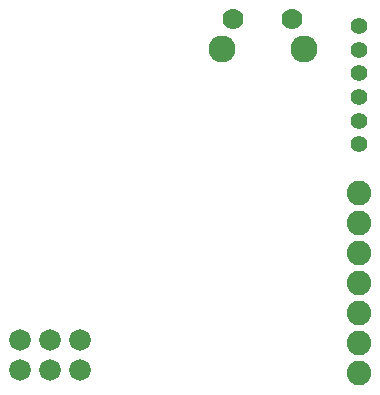
<source format=gbs>
G75*
G70*
%OFA0B0*%
%FSLAX24Y24*%
%IPPOS*%
%LPD*%
%AMOC8*
5,1,8,0,0,1.08239X$1,22.5*
%
%ADD10C,0.0720*%
%ADD11C,0.0820*%
%ADD12C,0.0900*%
%ADD13C,0.0700*%
%ADD14C,0.0556*%
D10*
X007600Y001001D03*
X008600Y001001D03*
X009600Y001001D03*
X009600Y002001D03*
X008600Y002001D03*
X007600Y002001D03*
D11*
X018900Y001901D03*
X018900Y002901D03*
X018900Y003901D03*
X018900Y004901D03*
X018900Y005901D03*
X018900Y006901D03*
X018900Y000901D03*
D12*
X017078Y011716D03*
X014322Y011716D03*
D13*
X014716Y012701D03*
X016684Y012701D03*
D14*
X018906Y012469D03*
X018906Y011682D03*
X018906Y010894D03*
X018906Y010107D03*
X018906Y009320D03*
X018906Y008532D03*
M02*

</source>
